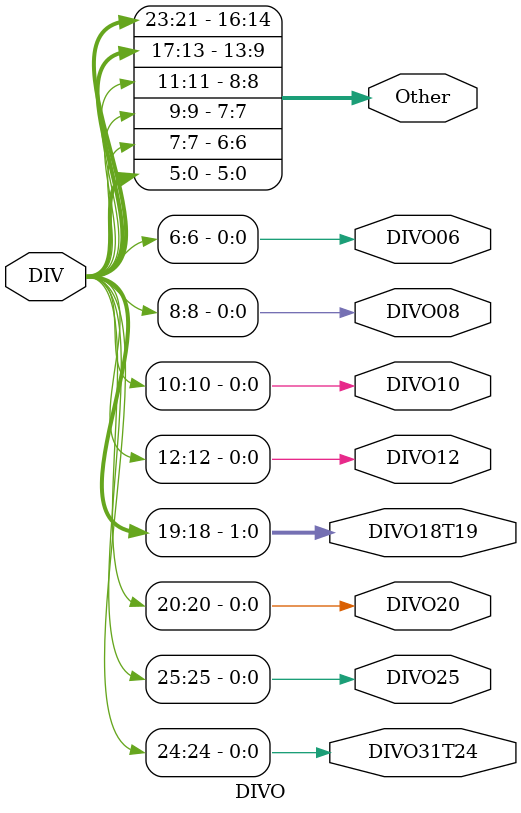
<source format=v>
`timescale 1ns / 1ps
module    DIVO(input[31:0] DIV,
                output DIVO31T24,
                output DIVO25,
                output DIVO20,
                output[1:0]DIVO18T19,
                output DIVO12,
                output DIVO10,
                output DIVO08,
                output DIVO06,
                output[16:0] Other
                );
                             
    assign DIVO31T24 = DIV[31:24];
    assign DIVO25 = DIV[25];
    assign DIVO20 = DIV[20];
    assign DIVO18T19 = DIV[19:18];
    assign DIVO12 = DIV[12];
    assign DIVO10 = DIV[10];
    assign DIVO08 = DIV[8];
    assign DIVO06 = DIV[6];
    assign Other = {DIV[23:21],DIV[17:13],DIV[11],DIV[9],DIV[7],DIV[5:0]};               

endmodule

</source>
